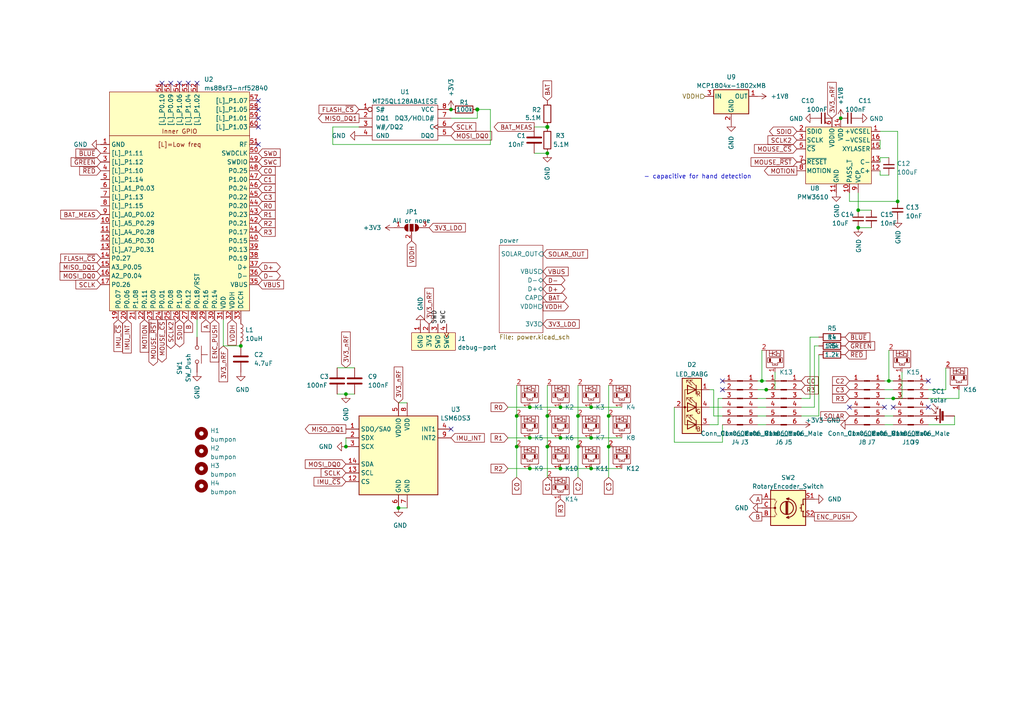
<source format=kicad_sch>
(kicad_sch (version 20211123) (generator eeschema)
  (paper "A4")
  (lib_symbols
    (symbol "Connector:Conn_01x06_Male" (pin_names (offset 1.016) hide)
      (property "Reference" "J" (at 0 7.62 0))
      (property "Value" "Conn_01x06_Male" (at 0 -10.16 0))
      (symbol "Conn_01x06_Male_1_1"
        (pin passive line (at 5.08 5.08 180) (length 3.81) (name "Pin_1") (number "1"))
        (pin passive line (at 5.08 2.54 180) (length 3.81) (name "Pin_2") (number "2"))
        (pin passive line (at 5.08 0 180) (length 3.81) (name "Pin_3") (number "3"))
        (pin passive line (at 5.08 -2.54 180) (length 3.81) (name "Pin_4") (number "4"))
        (pin passive line (at 5.08 -5.08 180) (length 3.81) (name "Pin_5") (number "5"))
        (pin passive line (at 5.08 -7.62 180) (length 3.81) (name "Pin_6") (number "6"))
      )
    )
    (symbol "Device:C" (pin_numbers hide) (pin_names (offset 0.254))
      (property "Reference" "C" (at 0.635 2.54 0))
      (property "Value" "C" (at 0.635 -2.54 0))
      (symbol "C_1_1"
        (pin passive line (at 0 3.81 270) (length 2.794) (name "~") (number "1"))
        (pin passive line (at 0 -3.81 90) (length 2.794) (name "~") (number "2"))
      )
    )
    (symbol "Device:C_Small" (pin_numbers hide) (pin_names (offset 0.254) hide)
      (property "Reference" "C" (at 0.254 1.778 0))
      (property "Value" "C_Small" (at 0.254 -2.032 0))
      (symbol "C_Small_1_1"
        (pin passive line (at 0 2.54 270) (length 2.032) (name "~") (number "1"))
        (pin passive line (at 0 -2.54 90) (length 2.032) (name "~") (number "2"))
      )
    )
    (symbol "Device:L" (pin_numbers hide) (pin_names (offset 1.016) hide)
      (property "Reference" "L" (at -1.27 0 90))
      (property "Value" "L" (at 1.905 0 90))
      (symbol "L_1_1"
        (pin passive line (at 0 3.81 270) (length 1.27) (name "1") (number "1"))
        (pin passive line (at 0 -3.81 90) (length 1.27) (name "2") (number "2"))
      )
    )
    (symbol "Device:LED_RABG" (pin_names (offset 0) hide)
      (property "Reference" "D" (at 0 9.398 0))
      (property "Value" "LED_RABG" (at 0 -8.89 0))
      (symbol "LED_RABG_0_0"
        (text "B" (at -1.905 -6.35 0) (effects (font (size 1.27 1.27))))
        (text "G" (at -1.905 -1.27 0) (effects (font (size 1.27 1.27))))
        (text "R" (at -1.905 3.81 0) (effects (font (size 1.27 1.27))))
      )
      (symbol "LED_RABG_1_1"
        (pin passive line (at -5.08 5.08 0) (length 2.54) (name "RK") (number "1"))
        (pin passive line (at 5.08 0 180) (length 2.54) (name "A") (number "2"))
        (pin passive line (at -5.08 -5.08 0) (length 2.54) (name "BK") (number "3"))
        (pin passive line (at -5.08 0 0) (length 2.54) (name "GK") (number "4"))
      )
    )
    (symbol "Device:R" (pin_numbers hide) (pin_names (offset 0))
      (property "Reference" "R" (at 2.032 0 90))
      (property "Value" "R" (at 0 0 90))
      (symbol "R_1_1"
        (pin passive line (at 0 3.81 270) (length 1.27) (name "~") (number "1"))
        (pin passive line (at 0 -3.81 90) (length 1.27) (name "~") (number "2"))
      )
    )
    (symbol "Device:RotaryEncoder_Switch" (pin_names (offset 0.254) hide)
      (property "Reference" "SW" (at 0 6.604 0))
      (property "Value" "RotaryEncoder_Switch" (at 0 -6.604 0))
      (symbol "RotaryEncoder_Switch_1_1"
        (pin passive line (at -7.62 2.54 0) (length 2.54) (name "A") (number "A"))
        (pin passive line (at -7.62 -2.54 0) (length 2.54) (name "B") (number "B"))
        (pin passive line (at -7.62 0 0) (length 2.54) (name "C") (number "C"))
        (pin passive line (at 7.62 2.54 180) (length 2.54) (name "S1") (number "S1"))
        (pin passive line (at 7.62 -2.54 180) (length 2.54) (name "S2") (number "S2"))
      )
    )
    (symbol "Device:Solar_Cell" (pin_numbers hide) (pin_names (offset 0) hide)
      (property "Reference" "SC" (at 2.54 2.54 0))
      (property "Value" "Solar_Cell" (at 2.54 0 0))
      (symbol "Solar_Cell_1_1"
        (pin passive line (at 0 5.08 270) (length 2.54) (name "+") (number "1"))
        (pin passive line (at 0 -2.54 90) (length 2.54) (name "-") (number "2"))
      )
    )
    (symbol "Jumper:SolderJumper_3_Open" (pin_names (offset 0) hide)
      (property "Reference" "JP" (at -2.54 -2.54 0))
      (property "Value" "SolderJumper_3_Open" (at 0 2.794 0))
      (symbol "SolderJumper_3_Open_1_1"
        (pin passive line (at -5.08 0 0) (length 2.54) (name "A") (number "1"))
        (pin passive line (at 0 -3.81 90) (length 2.54) (name "C") (number "2"))
        (pin passive line (at 5.08 0 180) (length 2.54) (name "B") (number "3"))
      )
    )
    (symbol "Mechanical:MountingHole" (pin_names (offset 1.016))
      (property "Reference" "H" (at 0 5.08 0))
      (property "Value" "MountingHole" (at 0 3.175 0))
    )
    (symbol "Regulator_Linear:MCP1804x-1802xMB" (pin_names (offset 0.254))
      (property "Reference" "U" (at -3.81 3.175 0))
      (property "Value" "MCP1804x-1802xMB" (at -0.635 3.175 0))
      (symbol "MCP1804x-1802xMB_1_1"
        (pin power_out line (at 7.62 0 180) (length 2.54) (name "OUT") (number "1"))
        (pin power_in line (at 0 -7.62 90) (length 2.54) (name "GND") (number "2"))
        (pin power_in line (at -7.62 0 0) (length 2.54) (name "IN") (number "3"))
      )
    )
    (symbol "Sensor_Motion:LSM6DS3"
      (property "Reference" "U" (at -11.43 15.24 0))
      (property "Value" "LSM6DS3" (at -11.43 12.7 0))
      (symbol "LSM6DS3_1_1"
        (pin bidirectional line (at -15.24 7.62 0) (length 3.81) (name "SDO/SA0") (number "1"))
        (pin no_connect line (at 10.16 -5.08 180) (length 3.81) hide (name "NC") (number "10"))
        (pin no_connect line (at 10.16 -2.54 180) (length 3.81) hide (name "NC") (number "11"))
        (pin input line (at -15.24 -7.62 0) (length 3.81) (name "CS") (number "12"))
        (pin input line (at -15.24 -5.08 0) (length 3.81) (name "SCL") (number "13"))
        (pin bidirectional line (at -15.24 -2.54 0) (length 3.81) (name "SDA") (number "14"))
        (pin bidirectional line (at -15.24 5.08 0) (length 3.81) (name "SDX") (number "2"))
        (pin input line (at -15.24 2.54 0) (length 3.81) (name "SCX") (number "3"))
        (pin output line (at 15.24 7.62 180) (length 3.81) (name "INT1") (number "4"))
        (pin power_in line (at 0 15.24 270) (length 3.81) (name "VDDIO") (number "5"))
        (pin power_in line (at 0 -15.24 90) (length 3.81) (name "GND") (number "6"))
        (pin power_in line (at 2.54 -15.24 90) (length 3.81) (name "GND") (number "7"))
        (pin power_in line (at 2.54 15.24 270) (length 3.81) (name "VDD") (number "8"))
        (pin output line (at 15.24 5.08 180) (length 3.81) (name "INT2") (number "9"))
      )
    )
    (symbol "Switch:SW_Push" (pin_numbers hide) (pin_names (offset 1.016) hide)
      (property "Reference" "SW" (at 1.27 2.54 0))
      (property "Value" "SW_Push" (at 0 -1.524 0))
      (symbol "SW_Push_0_1"
        (pin passive line (at -5.08 0 0) (length 2.54) (name "1") (number "1"))
        (pin passive line (at 5.08 0 180) (length 2.54) (name "2") (number "2"))
      )
    )
    (symbol "diode-choc_10" (pin_names (offset 1.016))
      (property "Reference" "K" (at 0 3.81 0))
      (symbol "diode-choc_10_1_1"
        (pin input line (at 0 -3.81 90) (length 1.27) (name "~") (number "1"))
        (pin output line (at -3.81 2.54 0) (length 1.27) (name "~") (number "2"))
      )
    )
    (symbol "diode-choc_11" (pin_names (offset 1.016))
      (property "Reference" "K" (at 0 3.81 0))
      (symbol "diode-choc_11_1_1"
        (pin input line (at 0 -3.81 90) (length 1.27) (name "~") (number "1"))
        (pin output line (at -3.81 2.54 0) (length 1.27) (name "~") (number "2"))
      )
    )
    (symbol "diode-choc_12" (pin_names (offset 1.016))
      (property "Reference" "K" (at 0 3.81 0))
      (symbol "diode-choc_12_1_1"
        (pin input line (at 0 -3.81 90) (length 1.27) (name "~") (number "1"))
        (pin output line (at -3.81 2.54 0) (length 1.27) (name "~") (number "2"))
      )
    )
    (symbol "diode-choc_13" (pin_names (offset 1.016))
      (property "Reference" "K" (at 0 3.81 0))
      (symbol "diode-choc_13_1_1"
        (pin input line (at 0 -3.81 90) (length 1.27) (name "~") (number "1"))
        (pin output line (at -3.81 2.54 0) (length 1.27) (name "~") (number "2"))
      )
    )
    (symbol "diode-choc_14" (pin_names (offset 1.016))
      (property "Reference" "K" (at 0 3.81 0))
      (symbol "diode-choc_14_1_1"
        (pin input line (at 0 -3.81 90) (length 1.27) (name "~") (number "1"))
        (pin output line (at -3.81 2.54 0) (length 1.27) (name "~") (number "2"))
      )
    )
    (symbol "diode-choc_15" (pin_names (offset 1.016))
      (property "Reference" "K" (at 0 3.81 0))
      (symbol "diode-choc_15_1_1"
        (pin input line (at 0 -3.81 90) (length 1.27) (name "~") (number "1"))
        (pin output line (at -3.81 2.54 0) (length 1.27) (name "~") (number "2"))
      )
    )
    (symbol "diode-choc_18" (pin_names (offset 1.016))
      (property "Reference" "K" (at 0 3.81 0))
      (symbol "diode-choc_18_1_1"
        (pin input line (at 0 -3.81 90) (length 1.27) (name "~") (number "1"))
        (pin output line (at -3.81 2.54 0) (length 1.27) (name "~") (number "2"))
      )
    )
    (symbol "diode-choc_19" (pin_names (offset 1.016))
      (property "Reference" "K" (at 0 3.81 0))
      (symbol "diode-choc_19_1_1"
        (pin input line (at 0 -3.81 90) (length 1.27) (name "~") (number "1"))
        (pin output line (at -3.81 2.54 0) (length 1.27) (name "~") (number "2"))
      )
    )
    (symbol "diode-choc_4" (pin_names (offset 1.016))
      (property "Reference" "K" (at 0 3.81 0))
      (symbol "diode-choc_4_1_1"
        (pin input line (at 0 -3.81 90) (length 1.27) (name "~") (number "1"))
        (pin output line (at -3.81 2.54 0) (length 1.27) (name "~") (number "2"))
      )
    )
    (symbol "diode-choc_5" (pin_names (offset 1.016))
      (property "Reference" "K" (at 0 3.81 0))
      (symbol "diode-choc_5_1_1"
        (pin input line (at 0 -3.81 90) (length 1.27) (name "~") (number "1"))
        (pin output line (at -3.81 2.54 0) (length 1.27) (name "~") (number "2"))
      )
    )
    (symbol "diode-choc_7" (pin_names (offset 1.016))
      (property "Reference" "K" (at 0 3.81 0))
      (symbol "diode-choc_7_1_1"
        (pin input line (at 0 -3.81 90) (length 1.27) (name "~") (number "1"))
        (pin output line (at -3.81 2.54 0) (length 1.27) (name "~") (number "2"))
      )
    )
    (symbol "diode-choc_8" (pin_names (offset 1.016))
      (property "Reference" "K" (at 0 3.81 0))
      (symbol "diode-choc_8_1_1"
        (pin input line (at 0 -3.81 90) (length 1.27) (name "~") (number "1"))
        (pin output line (at -3.81 2.54 0) (length 1.27) (name "~") (number "2"))
      )
    )
    (symbol "diode-choc_9" (pin_names (offset 1.016))
      (property "Reference" "K" (at 0 3.81 0))
      (symbol "diode-choc_9_1_1"
        (pin input line (at 0 -3.81 90) (length 1.27) (name "~") (number "1"))
        (pin output line (at -3.81 2.54 0) (length 1.27) (name "~") (number "2"))
      )
    )
    (symbol "ic:MT25QL128ABA1ESE" (pin_names (offset 1.016))
      (property "Reference" "U" (at 0 -12.7 0))
      (property "Value" "MT25QL128ABA1ESE" (at -1.27 12.7 0))
      (symbol "MT25QL128ABA1ESE_1_1"
        (pin input inverted (at -11.43 2.54 0) (length 3.81) (name "S#") (number "1"))
        (pin output line (at -11.43 0 0) (length 3.81) (name "DQ1") (number "2"))
        (pin bidirectional line (at -11.43 -2.54 0) (length 3.81) (name "W#/DQ2") (number "3"))
        (pin power_in line (at -11.43 -5.08 0) (length 3.81) (name "GND") (number "4"))
        (pin input line (at 15.24 -5.08 180) (length 3.81) (name "DQ0") (number "5"))
        (pin input clock (at 15.24 -2.54 180) (length 3.81) (name "C") (number "6"))
        (pin input line (at 15.24 0 180) (length 3.81) (name "DQ3/HOLD#") (number "7"))
        (pin power_in line (at 15.24 2.54 180) (length 3.81) (name "VCC") (number "8"))
      )
    )
    (symbol "mcu:ms88sf3-nrf52840"
      (property "Reference" "U" (at 0 53.34 0))
      (property "Value" "ms88sf3-nrf52840" (at 0 50.8 0))
      (symbol "ms88sf3-nrf52840_0_0"
        (text "[L]=Low freq" (at 0 13.97 0) (effects (font (size 1.27 1.27))))
      )
      (symbol "ms88sf3-nrf52840_1_1"
        (text "Inner GPIO" (at 0 17.78 0) (effects (font (size 1.27 1.27))))
        (pin power_in line (at -22.86 13.97 0) (length 2.54) (name "GND") (number "1"))
        (pin bidirectional line (at -22.86 -8.89 0) (length 2.54) (name "[L]_A5_P0.29") (number "10"))
        (pin bidirectional line (at -22.86 -11.43 0) (length 2.54) (name "[L]_A4_P0.28") (number "11"))
        (pin bidirectional line (at -22.86 -13.97 0) (length 2.54) (name "[L]_A6_P0.30") (number "12"))
        (pin bidirectional line (at -22.86 -16.51 0) (length 2.54) (name "[L]_A7_P0.31") (number "13"))
        (pin bidirectional line (at -22.86 -19.05 0) (length 2.54) (name "P0.27") (number "14"))
        (pin bidirectional line (at -22.86 -21.59 0) (length 2.54) (name "A3_P0.05") (number "15"))
        (pin bidirectional line (at -22.86 -24.13 0) (length 2.54) (name "A2_P0.04") (number "16"))
        (pin bidirectional line (at -22.86 -26.67 0) (length 2.54) (name "P0.26") (number "17"))
        (pin power_in line (at -22.86 13.97 0) (length 2.54) hide (name "GND") (number "18"))
        (pin bidirectional line (at -17.78 -36.83 90) (length 2.54) (name "P0.07") (number "19"))
        (pin bidirectional line (at -22.86 11.43 0) (length 2.54) (name "[L]_P1.11") (number "2"))
        (pin bidirectional line (at -15.24 -36.83 90) (length 2.54) (name "P0.06") (number "20"))
        (pin bidirectional line (at -12.7 -36.83 90) (length 2.54) (name "P1.08") (number "21"))
        (pin bidirectional line (at -10.16 -36.83 90) (length 2.54) (name "P0.11") (number "22"))
        (pin bidirectional line (at -7.62 -36.83 90) (length 2.54) (name "P0.00") (number "23"))
        (pin bidirectional line (at -5.08 -36.83 90) (length 2.54) (name "P0.01") (number "24"))
        (pin bidirectional line (at -2.54 -36.83 90) (length 2.54) (name "P0.08") (number "25"))
        (pin bidirectional line (at 0 -36.83 90) (length 2.54) (name "P1.09") (number "26"))
        (pin bidirectional line (at 2.54 -36.83 90) (length 2.54) (name "P0.12") (number "27"))
        (pin bidirectional line (at 5.08 -36.83 90) (length 2.54) (name "P0.18/RST") (number "28"))
        (pin bidirectional line (at 7.62 -36.83 90) (length 2.54) (name "P0.16") (number "29"))
        (pin bidirectional line (at -22.86 8.89 0) (length 2.54) (name "[L]_P1.12") (number "3"))
        (pin bidirectional line (at 10.16 -36.83 90) (length 2.54) (name "P0.14") (number "30"))
        (pin power_in line (at 12.7 -36.83 90) (length 2.54) (name "VDD") (number "31"))
        (pin bidirectional line (at 15.24 -36.83 90) (length 2.54) (name "VDDH") (number "32"))
        (pin bidirectional line (at 17.78 -36.83 90) (length 2.54) (name "DCCH") (number "33"))
        (pin power_in line (at -22.86 13.97 0) (length 2.54) hide (name "GND") (number "34"))
        (pin power_in line (at 22.86 -26.67 180) (length 2.54) (name "VBUS") (number "35"))
        (pin bidirectional line (at 22.86 -24.13 180) (length 2.54) (name "D-") (number "36"))
        (pin bidirectional line (at 22.86 -21.59 180) (length 2.54) (name "D+") (number "37"))
        (pin bidirectional line (at 22.86 -19.05 180) (length 2.54) (name "P0.19") (number "38"))
        (pin bidirectional line (at 22.86 -16.51 180) (length 2.54) (name "P0.13") (number "39"))
        (pin bidirectional line (at -22.86 6.35 0) (length 2.54) (name "[L]_P1.10") (number "4"))
        (pin bidirectional line (at 22.86 -13.97 180) (length 2.54) (name "P0.15") (number "40"))
        (pin bidirectional line (at 22.86 -11.43 180) (length 2.54) (name "P0.17") (number "41"))
        (pin bidirectional line (at 22.86 -8.89 180) (length 2.54) (name "P0.21") (number "42"))
        (pin bidirectional line (at 22.86 -6.35 180) (length 2.54) (name "P0.23") (number "43"))
        (pin bidirectional line (at 22.86 -3.81 180) (length 2.54) (name "P0.20") (number "44"))
        (pin bidirectional line (at 22.86 -1.27 180) (length 2.54) (name "P0.22") (number "45"))
        (pin bidirectional line (at 22.86 1.27 180) (length 2.54) (name "P0.24") (number "46"))
        (pin bidirectional line (at 22.86 3.81 180) (length 2.54) (name "P1.00") (number "47"))
        (pin bidirectional line (at 22.86 6.35 180) (length 2.54) (name "P0.25") (number "48"))
        (pin bidirectional line (at 22.86 8.89 180) (length 2.54) (name "SWDIO") (number "49"))
        (pin bidirectional line (at -22.86 3.81 0) (length 2.54) (name "[L]_P1.14") (number "5"))
        (pin bidirectional line (at 22.86 11.43 180) (length 2.54) (name "SWDCLK") (number "50"))
        (pin input line (at 22.86 13.97 180) (length 2.54) (name "RF") (number "51"))
        (pin bidirectional line (at 5.08 31.75 270) (length 2.54) (name "[L]_P1.02") (number "52"))
        (pin bidirectional line (at 2.54 31.75 270) (length 2.54) (name "[L]_P1.04") (number "53"))
        (pin bidirectional line (at 0 31.75 270) (length 2.54) (name "[L]_P1.06") (number "54"))
        (pin bidirectional line (at -2.54 31.75 270) (length 2.54) (name "[L]_P0.09") (number "55"))
        (pin bidirectional line (at -5.08 31.75 270) (length 2.54) (name "[L]_P0.10") (number "56"))
        (pin bidirectional line (at 22.86 26.67 180) (length 2.54) (name "[L]_P1.07") (number "57"))
        (pin bidirectional line (at 22.86 24.13 180) (length 2.54) (name "[L]_P1.05") (number "58"))
        (pin bidirectional line (at 22.86 21.59 180) (length 2.54) (name "[L]_P1.01") (number "59"))
        (pin bidirectional line (at -22.86 1.27 0) (length 2.54) (name "[L]_A1_P0.03") (number "6"))
        (pin bidirectional line (at 22.86 19.05 180) (length 2.54) (name "[L]_P1.03") (number "60"))
        (pin power_in line (at -22.86 13.97 0) (length 2.54) hide (name "GND") (number "61"))
        (pin power_in line (at -22.86 13.97 0) (length 2.54) hide (name "GND") (number "62"))
        (pin power_in line (at -22.86 13.97 0) (length 2.54) hide (name "GND") (number "63"))
        (pin power_in line (at -22.86 13.97 0) (length 2.54) hide (name "GND") (number "64"))
        (pin bidirectional line (at -22.86 -1.27 0) (length 2.54) (name "[L]_P1.13") (number "7"))
        (pin bidirectional line (at -22.86 -3.81 0) (length 2.54) (name "[L]_P1.15") (number "8"))
        (pin bidirectional line (at -22.86 -6.35 0) (length 2.54) (name "[L]_A0_P0.02") (number "9"))
      )
    )
    (symbol "misc:debug-port" (in_bom no)
      (property "Reference" "J" (at 0 6.35 0))
      (property "Value" "debug-port" (at 0 -3.81 0))
      (symbol "debug-port_1_1"
        (pin power_out line (at -3.81 5.08 270) (length 2.54) (name "GND") (number "1"))
        (pin power_out line (at -1.27 5.08 270) (length 2.54) (name "3V3") (number "2"))
        (pin bidirectional line (at 1.27 5.08 270) (length 2.54) (name "SWD") (number "3"))
        (pin output clock (at 3.81 5.08 270) (length 2.54) (name "SWC") (number "4"))
      )
    )
    (symbol "power:+1V8" (power) (pin_names (offset 0))
      (property "Value" "+1V8" (at 0 3.556 0))
      (symbol "+1V8_1_1"
        (pin power_in line (at 0 0 90) (length 0) hide (name "+1V8") (number "1"))
      )
    )
    (symbol "power:+3V3" (power) (pin_names (offset 0))
      (property "Value" "+3V3" (at 0 3.556 0))
      (symbol "+3V3_1_1"
        (pin power_in line (at 0 0 90) (length 0) hide (name "+3V3") (number "1"))
      )
    )
    (symbol "power:GND" (power) (pin_names (offset 0))
      (property "Value" "GND" (at 0 -3.81 0))
      (symbol "GND_1_1"
        (pin power_in line (at 0 0 270) (length 0) hide (name "GND") (number "1"))
      )
    )
    (symbol "sensor:PMW3610" (pin_names (offset 0.254))
      (property "Reference" "U" (at 0 17.78 0))
      (property "Value" "PMW3610" (at 0 17.78 0))
      (symbol "PMW3610_1_1"
        (pin power_in line (at 12.7 7.62 180) (length 2.54) (name "+VCSEL") (number "1"))
        (pin power_in line (at 3.81 -10.16 90) (length 2.54) (name "PASS_T") (number "10"))
        (pin power_in line (at 0 -10.16 90) (length 2.54) (name "GND") (number "11"))
        (pin passive line (at 12.7 -3.81 180) (length 2.54) (name "C+") (number "12"))
        (pin passive line (at 12.7 -1.27 180) (length 2.54) (name "C-") (number "13"))
        (pin power_in line (at 1.27 11.43 270) (length 2.54) (name "VDD") (number "14"))
        (pin power_in line (at 12.7 2.54 180) (length 2.54) (name "XYLASER") (number "15"))
        (pin power_in line (at 12.7 5.08 180) (length 2.54) (name "-VCSEL") (number "16"))
        (pin bidirectional line (at -11.43 7.62 0) (length 2.54) (name "SDIO") (number "2"))
        (pin input line (at -11.43 5.08 0) (length 2.54) (name "SCLK") (number "3"))
        (pin input line (at -11.43 2.54 0) (length 2.54) (name "~{CS}") (number "5"))
        (pin power_in line (at -1.27 11.43 270) (length 2.54) (name "VDDIO") (number "6"))
        (pin input inverted (at -11.43 -1.27 0) (length 2.54) (name "~{RESET}") (number "7"))
        (pin output line (at -11.43 -3.81 0) (length 2.54) (name "MOTION") (number "8"))
        (pin passive line (at 6.35 -10.16 90) (length 2.54) (name "VCP") (number "9"))
      )
    )
    (symbol "switch:diode-choc" (pin_names (offset 1.016))
      (property "Reference" "K" (at 0 3.81 0))
      (symbol "diode-choc_1_1"
        (pin input line (at 0 -3.81 90) (length 1.27) (name "~") (number "1"))
        (pin output line (at -3.81 2.54 0) (length 1.27) (name "~") (number "2"))
      )
    )
  )
  (junction (at 222.25 113.03))
  (junction (at 167.64 120.65))
  (junction (at 158.75 120.65))
  (junction (at 153.67 118.11))
  (junction (at 257.81 110.49))
  (junction (at 162.56 118.11))
  (junction (at 149.86 129.54))
  (junction (at 162.56 135.89))
  (junction (at 153.67 127))
  (junction (at 171.45 135.89))
  (junction (at 260.35 58.42))
  (junction (at 153.67 135.89))
  (junction (at 176.53 129.54))
  (junction (at 115.57 147.32))
  (junction (at 100.33 114.3))
  (junction (at 171.45 127))
  (junction (at 149.86 120.65))
  (junction (at 220.98 110.49))
  (junction (at 259.08 115.57))
  (junction (at 158.75 44.45))
  (junction (at 158.75 36.83) (diameter 1.016))
  (junction (at 162.56 127))
  (junction (at 171.45 118.11))
  (junction (at 69.85 100.33))
  (junction (at 243.84 34.29))
  (junction (at 167.64 129.54))
  (junction (at 248.92 66.04))
  (junction (at 176.53 120.65))
  (junction (at 248.92 60.96))
  (junction (at 138.43 31.75) (diameter 1.016))
  (junction (at 130.81 31.75))
  (junction (at 100.33 129.54))
  (junction (at 158.75 129.54))
  (no_connect (at 256.54 118.11))
  (no_connect (at 259.08 118.11))
  (no_connect (at 74.93 29.21))
  (no_connect (at 209.55 110.49))
  (no_connect (at 246.38 118.11))
  (no_connect (at 57.15 24.13))
  (no_connect (at 54.61 24.13))
  (no_connect (at 130.81 124.46))
  (no_connect (at 52.07 24.13))
  (no_connect (at 74.93 31.75))
  (no_connect (at 46.99 24.13))
  (no_connect (at 74.93 41.91))
  (no_connect (at 74.93 36.83))
  (no_connect (at 269.24 118.11))
  (no_connect (at 74.93 34.29))
  (no_connect (at 269.24 110.49))
  (no_connect (at 209.55 113.03))
  (no_connect (at 49.53 24.13))
  (wire (pts (xy 274.32 113.03) (xy 274.32 106.68)))
  (wire (pts (xy 208.28 123.19) (xy 208.28 115.57)))
  (wire (pts (xy 162.56 135.89) (xy 171.45 135.89)))
  (wire (pts (xy 246.38 58.42) (xy 246.38 55.88)))
  (wire (pts (xy 224.79 107.95) (xy 224.79 113.03)))
  (wire (pts (xy 269.24 113.03) (xy 274.32 113.03)))
  (wire (pts (xy 115.57 116.84) (xy 118.11 116.84)))
  (wire (pts (xy 149.86 129.54) (xy 149.86 138.43)))
  (wire (pts (xy 219.71 118.11) (xy 222.25 118.11)))
  (wire (pts (xy 256.54 123.19) (xy 259.08 123.19)))
  (wire (pts (xy 208.28 115.57) (xy 209.55 115.57)))
  (wire (pts (xy 255.27 49.53) (xy 255.27 50.8)))
  (wire (pts (xy 257.81 45.72) (xy 255.27 45.72)))
  (wire (pts (xy 219.71 120.65) (xy 222.25 120.65)))
  (wire (pts (xy 171.45 135.89) (xy 180.34 135.89)))
  (wire (pts (xy 255.27 40.64) (xy 255.27 43.18)))
  (wire (pts (xy 147.32 127) (xy 153.67 127)))
  (wire (pts (xy 158.75 129.54) (xy 158.75 138.43)))
  (wire (pts (xy 167.64 111.76) (xy 167.64 120.65)))
  (wire (pts (xy 248.92 66.04) (xy 252.73 66.04)))
  (wire (pts (xy 138.43 34.29) (xy 138.43 31.75)))
  (wire (pts (xy 205.74 118.11) (xy 209.55 118.11)))
  (wire (pts (xy 162.56 127) (xy 171.45 127)))
  (wire (pts (xy 142.24 31.75) (xy 142.24 41.91)))
  (wire (pts (xy 255.27 45.72) (xy 255.27 46.99)))
  (wire (pts (xy 209.55 128.27) (xy 209.55 123.19)))
  (wire (pts (xy 220.98 101.6) (xy 220.98 110.49)))
  (wire (pts (xy 209.55 120.65) (xy 207.01 120.65)))
  (wire (pts (xy 96.52 36.83) (xy 104.14 36.83)))
  (wire (pts (xy 248.92 60.96) (xy 252.73 60.96)))
  (wire (pts (xy 171.45 118.11) (xy 180.34 118.11)))
  (wire (pts (xy 147.32 118.11) (xy 153.67 118.11)))
  (wire (pts (xy 256.54 113.03) (xy 259.08 113.03)))
  (wire (pts (xy 237.49 120.65) (xy 232.41 120.65)))
  (wire (pts (xy 97.79 106.68) (xy 102.87 106.68)))
  (wire (pts (xy 100.33 127) (xy 100.33 129.54)))
  (wire (pts (xy 219.71 110.49) (xy 220.98 110.49)))
  (wire (pts (xy 167.64 129.54) (xy 167.64 138.43)))
  (wire (pts (xy 234.95 115.57) (xy 232.41 115.57)))
  (wire (pts (xy 158.75 111.76) (xy 158.75 120.65)))
  (wire (pts (xy 153.67 118.11) (xy 162.56 118.11)))
  (wire (pts (xy 138.43 31.75) (xy 142.24 31.75)))
  (wire (pts (xy 261.62 107.95) (xy 261.62 115.57)))
  (wire (pts (xy 147.32 135.89) (xy 153.67 135.89)))
  (wire (pts (xy 207.01 113.03) (xy 205.74 113.03)))
  (wire (pts (xy 256.54 115.57) (xy 259.08 115.57)))
  (wire (pts (xy 236.22 118.11) (xy 232.41 118.11)))
  (wire (pts (xy 97.79 114.3) (xy 100.33 114.3)))
  (wire (pts (xy 222.25 113.03) (xy 224.79 113.03)))
  (wire (pts (xy 153.67 135.89) (xy 162.56 135.89)))
  (wire (pts (xy 176.53 129.54) (xy 176.53 138.43)))
  (wire (pts (xy 237.49 97.79) (xy 234.95 97.79)))
  (wire (pts (xy 149.86 120.65) (xy 149.86 129.54)))
  (wire (pts (xy 256.54 110.49) (xy 257.81 110.49)))
  (wire (pts (xy 154.94 36.83) (xy 158.75 36.83)))
  (wire (pts (xy 64.77 100.33) (xy 64.77 92.71)))
  (wire (pts (xy 236.22 100.33) (xy 237.49 100.33)))
  (wire (pts (xy 176.53 120.65) (xy 176.53 129.54)))
  (wire (pts (xy 149.86 111.76) (xy 149.86 120.65)))
  (wire (pts (xy 130.81 34.29) (xy 138.43 34.29)))
  (wire (pts (xy 255.27 38.1) (xy 260.35 38.1)))
  (wire (pts (xy 153.67 127) (xy 162.56 127)))
  (wire (pts (xy 205.74 123.19) (xy 208.28 123.19)))
  (wire (pts (xy 195.58 118.11) (xy 195.58 128.27)))
  (wire (pts (xy 195.58 128.27) (xy 209.55 128.27)))
  (wire (pts (xy 142.24 41.91) (xy 96.52 41.91)))
  (wire (pts (xy 236.22 100.33) (xy 236.22 118.11)))
  (wire (pts (xy 257.81 110.49) (xy 259.08 110.49)))
  (wire (pts (xy 176.53 111.76) (xy 176.53 120.65)))
  (wire (pts (xy 219.71 115.57) (xy 222.25 115.57)))
  (wire (pts (xy 260.35 38.1) (xy 260.35 58.42)))
  (wire (pts (xy 64.77 100.33) (xy 69.85 100.33)))
  (wire (pts (xy 246.38 58.42) (xy 260.35 58.42)))
  (wire (pts (xy 278.13 115.57) (xy 278.13 113.03)))
  (wire (pts (xy 158.75 44.45) (xy 154.94 44.45)))
  (wire (pts (xy 57.15 92.71) (xy 57.15 97.79)))
  (wire (pts (xy 162.56 118.11) (xy 171.45 118.11)))
  (wire (pts (xy 259.08 115.57) (xy 261.62 115.57)))
  (wire (pts (xy 248.92 55.88) (xy 248.92 60.96)))
  (wire (pts (xy 276.86 120.65) (xy 276.86 123.19)))
  (wire (pts (xy 257.81 101.6) (xy 257.81 110.49)))
  (wire (pts (xy 96.52 41.91) (xy 96.52 36.83)))
  (wire (pts (xy 234.95 97.79) (xy 234.95 115.57)))
  (wire (pts (xy 256.54 120.65) (xy 259.08 120.65)))
  (wire (pts (xy 219.71 113.03) (xy 222.25 113.03)))
  (wire (pts (xy 115.57 147.32) (xy 118.11 147.32)))
  (wire (pts (xy 269.24 115.57) (xy 278.13 115.57)))
  (wire (pts (xy 219.71 123.19) (xy 222.25 123.19)))
  (wire (pts (xy 276.86 123.19) (xy 269.24 123.19)))
  (wire (pts (xy 237.49 102.87) (xy 237.49 120.65)))
  (wire (pts (xy 220.98 110.49) (xy 222.25 110.49)))
  (wire (pts (xy 167.64 120.65) (xy 167.64 129.54)))
  (wire (pts (xy 255.27 50.8) (xy 257.81 50.8)))
  (wire (pts (xy 171.45 127) (xy 180.34 127)))
  (wire (pts (xy 100.33 114.3) (xy 102.87 114.3)))
  (wire (pts (xy 207.01 113.03) (xy 207.01 120.65)))
  (wire (pts (xy 158.75 120.65) (xy 158.75 129.54)))
  (text "- capacitive for hand detection\n" (at 186.69 52.07 0) (effects (font (size 1.27 1.27)) (justify left bottom)))
  (label "SWC" (at 129.54 93.98 90))
  (label "SWD" (at 127 93.98 90))
  (global_label "C0" (shape input) (at 232.41 110.49 0) (property "Intersheet References" "${INTERSHEET_REFS}" (effects hide)))
  (global_label "SCLK2" (shape output) (at 49.53 92.71 270) (property "Intersheet References" "${INTERSHEET_REFS}" (effects hide)))
  (global_label "R3" (shape input) (at 246.38 115.57 180) (property "Intersheet References" "${INTERSHEET_REFS}" (effects hide)))
  (global_label "R0" (shape input) (at 74.93 59.69 0) (property "Intersheet References" "${INTERSHEET_REFS}" (effects hide)))
  (global_label "SCLK2" (shape input) (at 231.14 40.64 180) (property "Intersheet References" "${INTERSHEET_REFS}" (effects hide)))
  (global_label "FLASH_~{CS}" (shape input) (at 104.14 31.75 180) (property "Intersheet References" "${INTERSHEET_REFS}" (effects hide)))
  (global_label "MOUSE_~{CS}" (shape output) (at 46.99 92.71 270) (property "Intersheet References" "${INTERSHEET_REFS}" (effects hide)))
  (global_label "MISO_DQ1" (shape output) (at 104.14 34.29 180) (property "Intersheet References" "${INTERSHEET_REFS}" (effects hide)))
  (global_label "MOSI_DQ0" (shape input) (at 29.21 80.01 180) (property "Intersheet References" "${INTERSHEET_REFS}" (effects hide)))
  (global_label "C0" (shape input) (at 74.93 49.53 0) (property "Intersheet References" "${INTERSHEET_REFS}" (effects hide)))
  (global_label "MOUSE_~{RST}" (shape output) (at 44.45 92.71 270) (property "Intersheet References" "${INTERSHEET_REFS}" (effects hide)))
  (global_label "A" (shape output) (at 220.98 144.78 180) (property "Intersheet References" "${INTERSHEET_REFS}" (effects hide)))
  (global_label "D+" (shape bidirectional) (at 74.93 77.47 0) (property "Intersheet References" "${INTERSHEET_REFS}" (effects hide)))
  (global_label "C1" (shape input) (at 158.75 138.43 270) (property "Intersheet References" "${INTERSHEET_REFS}" (effects hide)))
  (global_label "~{BLUE}" (shape input) (at 245.11 97.79 0) (property "Intersheet References" "${INTERSHEET_REFS}" (effects hide)))
  (global_label "B" (shape output) (at 220.98 149.86 180) (property "Intersheet References" "${INTERSHEET_REFS}" (effects hide)))
  (global_label "IMU_INT" (shape input) (at 36.83 92.71 270) (property "Intersheet References" "${INTERSHEET_REFS}" (effects hide)))
  (global_label "C0" (shape input) (at 149.86 138.43 270) (property "Intersheet References" "${INTERSHEET_REFS}" (effects hide)))
  (global_label "MOTION" (shape output) (at 231.14 49.53 180) (property "Intersheet References" "${INTERSHEET_REFS}" (effects hide)))
  (global_label "BAT_MEAS" (shape input) (at 29.21 62.23 180) (property "Intersheet References" "${INTERSHEET_REFS}" (effects hide)))
  (global_label "A" (shape input) (at 59.69 92.71 270) (property "Intersheet References" "${INTERSHEET_REFS}" (effects hide)))
  (global_label "R2" (shape input) (at 74.93 64.77 0) (property "Intersheet References" "${INTERSHEET_REFS}" (effects hide)))
  (global_label "SDIO" (shape bidirectional) (at 231.14 38.1 180) (property "Intersheet References" "${INTERSHEET_REFS}" (effects hide)))
  (global_label "R0" (shape input) (at 147.32 118.11 180) (property "Intersheet References" "${INTERSHEET_REFS}" (effects hide)))
  (global_label "IMU_INT" (shape input) (at 130.81 127 0) (property "Intersheet References" "${INTERSHEET_REFS}" (effects hide)))
  (global_label "R1" (shape input) (at 74.93 62.23 0) (property "Intersheet References" "${INTERSHEET_REFS}" (effects hide)))
  (global_label "IMU_~{CS}" (shape input) (at 100.33 139.7 180) (property "Intersheet References" "${INTERSHEET_REFS}" (effects hide)))
  (global_label "C3" (shape input) (at 246.38 113.03 180) (property "Intersheet References" "${INTERSHEET_REFS}" (effects hide)))
  (global_label "R3" (shape input) (at 74.93 67.31 0) (property "Intersheet References" "${INTERSHEET_REFS}" (effects hide)))
  (global_label "FLASH_~{CS}" (shape input) (at 29.21 74.93 180) (property "Intersheet References" "${INTERSHEET_REFS}" (effects hide)))
  (global_label "SCLK" (shape input) (at 100.33 137.16 180) (property "Intersheet References" "${INTERSHEET_REFS}" (effects hide)))
  (global_label "R3" (shape input) (at 162.56 144.78 270) (property "Intersheet References" "${INTERSHEET_REFS}" (effects hide)))
  (global_label "VDDH" (shape output) (at 157.48 88.9 0) (property "Intersheet References" "${INTERSHEET_REFS}" (effects hide)))
  (global_label "C2" (shape input) (at 74.93 54.61 0) (property "Intersheet References" "${INTERSHEET_REFS}" (effects hide)))
  (global_label "C3" (shape input) (at 74.93 57.15 0) (property "Intersheet References" "${INTERSHEET_REFS}" (effects hide)))
  (global_label "BAT" (shape bidirectional) (at 157.48 86.36 0) (property "Intersheet References" "${INTERSHEET_REFS}" (effects hide)))
  (global_label "SWD" (shape input) (at 74.93 44.45 0) (property "Intersheet References" "${INTERSHEET_REFS}" (effects hide)))
  (global_label "SCLK" (shape input) (at 29.21 82.55 180) (property "Intersheet References" "${INTERSHEET_REFS}" (effects hide)))
  (global_label "D+" (shape bidirectional) (at 157.48 83.82 0) (property "Intersheet References" "${INTERSHEET_REFS}" (effects hide)))
  (global_label "~{GREEN}" (shape input) (at 245.11 100.33 0) (property "Intersheet References" "${INTERSHEET_REFS}" (effects hide)))
  (global_label "~{BLUE}" (shape input) (at 29.21 44.45 180) (property "Intersheet References" "${INTERSHEET_REFS}" (effects hide)))
  (global_label "R3" (shape input) (at 232.41 113.03 0) (property "Intersheet References" "${INTERSHEET_REFS}" (effects hide)))
  (global_label "3V3_nRF" (shape input) (at 115.57 116.84 90) (property "Intersheet References" "${INTERSHEET_REFS}" (effects hide)))
  (global_label "VBUS" (shape input) (at 74.93 82.55 0) (property "Intersheet References" "${INTERSHEET_REFS}" (effects hide)))
  (global_label "C1" (shape input) (at 74.93 52.07 0) (property "Intersheet References" "${INTERSHEET_REFS}" (effects hide)))
  (global_label "3V3_LDO" (shape input) (at 124.46 66.04 0) (property "Intersheet References" "${INTERSHEET_REFS}" (effects hide)))
  (global_label "IMU_~{CS}" (shape input) (at 34.29 92.71 270) (property "Intersheet References" "${INTERSHEET_REFS}" (effects hide)))
  (global_label "VDDH" (shape input) (at 67.31 92.71 270) (property "Intersheet References" "${INTERSHEET_REFS}" (effects hide)))
  (global_label "C2" (shape input) (at 167.64 138.43 270) (property "Intersheet References" "${INTERSHEET_REFS}" (effects hide)))
  (global_label "ENC_PUSH" (shape input) (at 62.23 92.71 270) (property "Intersheet References" "${INTERSHEET_REFS}" (effects hide)))
  (global_label "3V3_nRF" (shape input) (at 124.46 93.98 90) (property "Intersheet References" "${INTERSHEET_REFS}" (effects hide)))
  (global_label "SOLAR" (shape input) (at 246.38 120.65 180) (property "Intersheet References" "${INTERSHEET_REFS}" (effects hide)))
  (global_label "MOSI_DQ0" (shape input) (at 100.33 134.62 180) (property "Intersheet References" "${INTERSHEET_REFS}" (effects hide)))
  (global_label "B" (shape input) (at 54.61 92.71 270) (property "Intersheet References" "${INTERSHEET_REFS}" (effects hide)))
  (global_label "VBUS" (shape input) (at 157.48 78.74 0) (property "Intersheet References" "${INTERSHEET_REFS}" (effects hide)))
  (global_label "SDIO" (shape bidirectional) (at 52.07 92.71 270) (property "Intersheet References" "${INTERSHEET_REFS}" (effects hide)))
  (global_label "3V3_nRF" (shape input) (at 64.77 100.33 270) (property "Intersheet References" "${INTERSHEET_REFS}" (effects hide)))
  (global_label "ENC_PUSH" (shape output) (at 236.22 149.86 0) (property "Intersheet References" "${INTERSHEET_REFS}" (effects hide)))
  (global_label "VDDH" (shape input) (at 119.38 69.85 270) (property "Intersheet References" "${INTERSHEET_REFS}" (effects hide)))
  (global_label "~{GREEN}" (shape input) (at 29.21 46.99 180) (property "Intersheet References" "${INTERSHEET_REFS}" (effects hide)))
  (global_label "3V3_LDO" (shape input) (at 157.48 93.98 0) (property "Intersheet References" "${INTERSHEET_REFS}" (effects hide)))
  (global_label "R1" (shape input) (at 147.32 127 180) (property "Intersheet References" "${INTERSHEET_REFS}" (effects hide)))
  (global_label "MOUSE_~{CS}" (shape input) (at 231.14 43.18 180) (property "Intersheet References" "${INTERSHEET_REFS}" (effects hide)))
  (global_label "D-" (shape bidirectional) (at 74.93 80.01 0) (property "Intersheet References" "${INTERSHEET_REFS}" (effects hide)))
  (global_label "MOSI_DQ0" (shape input) (at 130.81 39.37 0) (property "Intersheet References" "${INTERSHEET_REFS}" (effects hide)))
  (global_label "MISO_DQ1" (shape input) (at 29.21 77.47 180) (property "Intersheet References" "${INTERSHEET_REFS}" (effects hide)))
  (global_label "~{RED}" (shape input) (at 245.11 102.87 0) (property "Intersheet References" "${INTERSHEET_REFS}" (effects hide)))
  (global_label "SCLK" (shape input) (at 130.81 36.83 0) (property "Intersheet References" "${INTERSHEET_REFS}" (effects hide)))
  (global_label "MOTION" (shape input) (at 41.91 92.71 270) (property "Intersheet References" "${INTERSHEET_REFS}" (effects hide)))
  (global_label "C3" (shape input) (at 176.53 138.43 270) (property "Intersheet References" "${INTERSHEET_REFS}" (effects hide)))
  (global_label "3V3_nRF" (shape input) (at 100.33 106.68 90) (property "Intersheet References" "${INTERSHEET_REFS}" (effects hide)))
  (global_label "R2" (shape input) (at 147.32 135.89 180) (property "Intersheet References" "${INTERSHEET_REFS}" (effects hide)))
  (global_label "BAT" (shape input) (at 158.75 29.21 90) (property "Intersheet References" "${INTERSHEET_REFS}" (effects hide)))
  (global_label "BAT_MEAS" (shape output) (at 154.94 36.83 180) (property "Intersheet References" "${INTERSHEET_REFS}" (effects hide)))
  (global_label "~{RED}" (shape input) (at 29.21 49.53 180) (property "Intersheet References" "${INTERSHEET_REFS}" (effects hide)))
  (global_label "SWC" (shape input) (at 74.93 46.99 0) (property "Intersheet References" "${INTERSHEET_REFS}" (effects hide)))
  (global_label "MOUSE_~{RST}" (shape input) (at 231.14 46.99 180) (property "Intersheet References" "${INTERSHEET_REFS}" (effects hide)))
  (global_label "SOLAR_OUT" (shape input) (at 157.48 73.66 0) (property "Intersheet References" "${INTERSHEET_REFS}" (effects hide)))
  (global_label "MISO_DQ1" (shape output) (at 100.33 124.46 180) (property "Intersheet References" "${INTERSHEET_REFS}" (effects hide)))
  (global_label "3V3_nRF" (shape input) (at 241.3 34.29 90) (property "Intersheet References" "${INTERSHEET_REFS}" (effects hide)))
  (global_label "C2" (shape input) (at 246.38 110.49 180) (property "Intersheet References" "${INTERSHEET_REFS}" (effects hide)))
  (global_label "D-" (shape bidirectional) (at 157.48 81.28 0) (property "Intersheet References" "${INTERSHEET_REFS}" (effects hide)))
  (hierarchical_label "VDDH" (shape input) (at 204.47 27.94 180))
  (symbol (lib_id "switch:diode-choc") (at 278.13 109.22 0) (unit 1)
    (property "Reference" "K16" (at 279.4 113.03 0) (effects (justify left)))
    (property "Value" "diode-choc" (effects hide))
    (property "Footprint" "pg1232:pg1232-DC" (effects hide))
  )
  (symbol (lib_id "power:GND") (at 29.21 41.91 270) (unit 1)
    (property "Reference" "#PWR01" (effects hide))
    (property "Value" "GND" (at 25.4 41.91 90) (effects (justify right)))
  )
  (symbol (lib_id "Jumper:SolderJumper_3_Open") (at 119.38 66.04 0) (unit 1)
    (property "Reference" "JP1" (at 119.38 61.4512 0))
    (property "Value" "All or none" (at 119.38 63.9881 0))
    (property "Footprint" "Jumper:SolderJumper-3_P1.3mm_Open_RoundedPad1.0x1.5mm" (effects hide))
  )
  (symbol (lib_id "power:GND") (at 104.14 39.37 270) (unit 1)
    (property "Reference" "#PWR0101" (effects hide))
    (property "Value" "GND" (at 100.33 39.37 90) (effects (justify right)))
  )
  (symbol (lib_id "power:+3V3") (at 232.41 123.19 270) (unit 1)
    (property "Reference" "#PWR0103" (effects hide))
    (property "Value" "+3V3" (at 236.22 121.92 90))
  )
  (symbol (lib_id "Device:C") (at 154.94 40.64 0) (unit 1)
    (property "Reference" "C1" (at 149.86 39.37 0) (effects (justify left)))
    (property "Value" "10nF" (at 147.32 41.91 0) (effects (justify left)))
    (property "Footprint" "Capacitor_SMD:C_0603_1608Metric" (effects hide))
  )
  (symbol (lib_id "power:GND") (at 248.92 66.04 0) (unit 1)
    (property "Reference" "#PWR0138" (effects hide))
    (property "Value" "GND" (at 249.047 69.2912 90) (effects (justify right)))
  )
  (symbol (lib_id "Device:C_Small") (at 238.76 34.29 90) (unit 1)
    (property "Reference" "C10" (at 236.22 29.21 90) (effects (justify left)))
    (property "Value" "100nF" (at 240.03 31.75 90) (effects (justify left)))
    (property "Footprint" "Capacitor_SMD:C_0603_1608Metric" (effects hide))
  )
  (symbol (lib_id "Connector:Conn_01x06_Male") (at 227.33 115.57 0) (unit 1)
    (property "Reference" "J5" (at 229.87 128.27 0) (effects (justify right)))
    (property "Value" "Conn_01x06_Male" (at 238.76 125.73 0) (effects (justify right)))
    (property "Footprint" "fistion:bridge" (effects hide))
  )
  (symbol (lib_id "Device:R") (at 158.75 40.64 0) (mirror y) (unit 1)
    (property "Reference" "R3" (at 163.83 39.37 0) (effects (justify left)))
    (property "Value" "5.1M" (at 165.1 41.91 0) (effects (justify left)))
    (property "Footprint" "Resistor_SMD:R_0603_1608Metric" (effects hide))
  )
  (symbol (lib_id "Connector:Conn_01x06_Male") (at 214.63 115.57 0) (unit 1)
    (property "Reference" "J3" (at 217.17 128.27 0) (effects (justify right)))
    (property "Value" "Conn_01x06_Male" (at 226.06 125.73 0) (effects (justify right)))
    (property "Footprint" "fistion:bridge" (effects hide))
  )
  (symbol (lib_id "Connector:Conn_01x06_Male") (at 214.63 115.57 0) (mirror y) (unit 1)
    (property "Reference" "J4" (at 212.09 128.27 0) (effects (justify right)))
    (property "Value" "Conn_01x06_Male" (at 203.2 125.73 0) (effects (justify right)))
    (property "Footprint" "fistion:bridge" (effects hide))
  )
  (symbol (lib_id "Device:C") (at 69.85 104.14 0) (unit 1)
    (property "Reference" "C2" (at 73.66 102.87 0) (effects (justify left)))
    (property "Value" "4.7uF" (at 73.66 105.41 0) (effects (justify left)))
    (property "Footprint" "Capacitor_SMD:C_0603_1608Metric" (effects hide))
  )
  (symbol (lib_id "power:GND") (at 246.38 123.19 270) (unit 1)
    (property "Reference" "#PWR0102" (effects hide))
    (property "Value" "GND" (at 243.84 121.92 90) (effects (justify right)))
  )
  (symbol (lib_id "power:+1V8") (at 243.84 34.29 0) (unit 1)
    (property "Reference" "#PWR0137" (effects hide))
    (property "Value" "+1V8" (at 243.84 30.48 90) (effects (justify left)))
  )
  (symbol (lib_id "power:GND") (at 220.98 147.32 270) (unit 1)
    (property "Reference" "#PWR010" (effects hide))
    (property "Value" "GND" (at 217.17 147.32 90) (effects (justify right)))
  )
  (symbol (lib_id "Device:R") (at 241.3 102.87 270) (mirror x) (unit 1)
    (property "Reference" "R4" (at 241.3 97.79 90))
    (property "Value" "1.2k" (at 241.3 102.87 90))
    (property "Footprint" "Resistor_SMD:R_0603_1608Metric" (effects hide))
  )
  (symbol (lib_id "Device:C") (at 102.87 110.49 0) (unit 1)
    (property "Reference" "C9" (at 106.68 109.22 0) (effects (justify left)))
    (property "Value" "100nF" (at 106.68 111.76 0) (effects (justify left)))
    (property "Footprint" "Capacitor_SMD:C_0603_1608Metric" (effects hide))
  )
  (symbol (lib_name "diode-choc_7") (lib_id "switch:diode-choc") (at 224.79 104.14 0) (unit 1)
    (property "Reference" "K13" (at 226.06 107.95 0) (effects (justify left)))
    (property "Value" "diode-choc" (effects hide))
    (property "Footprint" "pg1232:pg1232-DSS" (effects hide))
  )
  (symbol (lib_id "Device:RotaryEncoder_Switch") (at 228.6 147.32 0) (unit 1)
    (property "Reference" "SW2" (at 228.6 138.5402 0))
    (property "Value" "RotaryEncoder_Switch" (at 228.6 141.0771 0))
    (property "Footprint" "switch:EVQWGD001" (effects hide))
  )
  (symbol (lib_id "mcu:ms88sf3-nrf52840") (at 52.07 55.88 0) (unit 1)
    (property "Reference" "U2" (at 59.1694 23.021 0) (effects (justify left)))
    (property "Value" "ms88sf3-nrf52840" (at 59.1694 25.5579 0) (effects (justify left)))
    (property "Footprint" "mcu:ms88sf3" (effects hide))
    (property "Datasheet" "https://www.minew.com/uploads/MS88SF3_V1.1-nRF52840-Datasheet.pdf" (effects hide))
  )
  (symbol (lib_name "diode-choc_7") (lib_id "switch:diode-choc") (at 153.67 132.08 0) (unit 1)
    (property "Reference" "K9" (at 154.94 135.89 0) (effects (justify left)))
    (property "Value" "diode-choc" (effects hide))
    (property "Footprint" "pg1232:pg1232-DCR" (effects hide))
  )
  (symbol (lib_id "Device:R") (at 158.75 33.02 0) (mirror y) (unit 1)
    (property "Reference" "R2" (at 156.972 31.8516 0) (effects (justify left)))
    (property "Value" "5.1M" (at 156.972 34.163 0) (effects (justify left)))
    (property "Footprint" "Resistor_SMD:R_0603_1608Metric" (effects hide))
  )
  (symbol (lib_id "Device:Solar_Cell") (at 274.32 120.65 90) (mirror x) (unit 1)
    (property "Reference" "SC1" (at 272.161 113.5212 90))
    (property "Value" "solar" (at 272.161 116.0581 90))
    (property "Footprint" "misc:KXOB25-05X3F" (effects hide))
  )
  (symbol (lib_id "sensor:PMW3610") (at 242.57 45.72 0) (unit 1)
    (property "Reference" "U8" (at 234.95 54.61 0) (effects (justify left)))
    (property "Value" "PMW3610" (at 231.14 57.15 0) (effects (justify left)))
    (property "Footprint" "sensor:PMW3610" (effects hide))
    (property "Datasheet" "https://pdf1.alldatasheet.com/datasheet-pdf/view/899003/PIXART/PMW3610DM-SUDU.html" (effects hide))
  )
  (symbol (lib_id "Device:C_Small") (at 252.73 63.5 0) (unit 1)
    (property "Reference" "C15" (at 255.27 62.23 0) (effects (justify left)))
    (property "Value" "10nF" (at 255.27 64.77 0) (effects (justify left)))
    (property "Footprint" "Capacitor_SMD:C_0603_1608Metric" (effects hide))
  )
  (symbol (lib_id "power:GND") (at 121.92 93.98 180) (unit 1)
    (property "Reference" "#PWR04" (effects hide))
    (property "Value" "GND" (at 121.92 90.17 90) (effects (justify right)))
  )
  (symbol (lib_id "Device:LED_RABG") (at 200.66 118.11 0) (mirror y) (unit 1) (in_bom no)
    (property "Reference" "D2" (at 200.66 105.7614 0))
    (property "Value" "LED_RABG" (at 200.66 108.5365 0))
    (property "Footprint" "LED_SMD:LED_ASMB-KTF0-0A306" (effects hide))
  )
  (symbol (lib_name "diode-choc_19") (lib_id "switch:diode-choc") (at 261.62 104.14 0) (unit 1)
    (property "Reference" "K15" (at 262.89 107.95 0) (effects (justify left)))
    (property "Value" "diode-choc" (effects hide))
    (property "Footprint" "pg1232:pg1232-DC" (effects hide))
  )
  (symbol (lib_id "power:+3V3") (at 130.81 31.75 0) (unit 1)
    (property "Reference" "#PWR0115" (effects hide))
    (property "Value" "+3V3" (at 130.81 25.4 90))
  )
  (symbol (lib_id "Mechanical:MountingHole") (at 58.42 130.81 0) (unit 1) (in_bom no)
    (property "Reference" "H2" (at 60.96 129.9753 0) (effects (justify left)))
    (property "Value" "bumpon" (at 60.96 132.5122 0) (effects (justify left)))
    (property "Footprint" "fusion:bumpon-sunk-hole" (effects hide))
  )
  (symbol (lib_id "power:GND") (at 100.33 114.3 0) (unit 1)
    (property "Reference" "#PWR0105" (effects hide))
    (property "Value" "GND" (at 100.33 118.11 90) (effects (justify right)))
  )
  (symbol (lib_name "diode-choc_15") (lib_id "switch:diode-choc") (at 180.34 123.19 0) (unit 1)
    (property "Reference" "K8" (at 181.61 127 0) (effects (justify left)))
    (property "Value" "diode-choc" (effects hide))
    (property "Footprint" "pg1232:pg1232-DCN" (effects hide))
  )
  (symbol (lib_id "Mechanical:MountingHole") (at 58.42 140.97 0) (unit 1) (in_bom no)
    (property "Reference" "H4" (at 60.96 140.1353 0) (effects (justify left)))
    (property "Value" "bumpon" (at 60.96 142.6722 0) (effects (justify left)))
    (property "Footprint" "fusion:bumpon-sunk-hole" (effects hide))
  )
  (symbol (lib_id "misc:debug-port") (at 125.73 99.06 0) (unit 1) (in_bom no)
    (property "Reference" "J1" (at 132.715 98.2253 0) (effects (justify left)))
    (property "Value" "debug-port" (at 132.715 100.7622 0) (effects (justify left)))
    (property "Footprint" "misc:debug-port-single-side" (effects hide))
  )
  (symbol (lib_id "Device:R") (at 241.3 97.79 270) (mirror x) (unit 1)
    (property "Reference" "R6" (at 241.3 100.33 90))
    (property "Value" "1k" (at 241.3 97.79 90))
    (property "Footprint" "Resistor_SMD:R_0603_1608Metric" (effects hide))
  )
  (symbol (lib_id "Device:C_Small") (at 246.38 34.29 270) (mirror x) (unit 1)
    (property "Reference" "C11" (at 248.92 29.21 90) (effects (justify left)))
    (property "Value" "100nF" (at 245.11 31.75 90) (effects (justify left)))
    (property "Footprint" "Capacitor_SMD:C_0603_1608Metric" (effects hide))
  )
  (symbol (lib_id "power:+3V3") (at 114.3 66.04 90) (unit 1)
    (property "Reference" "#PWR0108" (effects hide))
    (property "Value" "+3V3" (at 107.95 66.04 90))
  )
  (symbol (lib_id "Connector:Conn_01x06_Male") (at 264.16 115.57 0) (unit 1)
    (property "Reference" "J9" (at 266.7 128.27 0) (effects (justify right)))
    (property "Value" "Conn_01x06_Male" (at 275.59 125.73 0) (effects (justify right)))
    (property "Footprint" "fistion:bridge" (effects hide))
  )
  (symbol (lib_name "diode-choc_4") (lib_id "switch:diode-choc") (at 153.67 114.3 0) (unit 1)
    (property "Reference" "K1" (at 154.94 118.11 0) (effects (justify left)))
    (property "Value" "diode-choc" (effects hide))
    (property "Footprint" "pg1232:pg1232-DCR" (effects hide))
  )
  (symbol (lib_id "power:GND") (at 248.92 34.29 90) (mirror x) (unit 1)
    (property "Reference" "#PWR0135" (effects hide))
    (property "Value" "GND" (at 252.1712 34.417 90) (effects (justify right)))
  )
  (symbol (lib_id "power:GND") (at 236.22 144.78 90) (unit 1)
    (property "Reference" "#PWR09" (effects hide))
    (property "Value" "GND" (at 240.03 144.78 90) (effects (justify right)))
  )
  (symbol (lib_id "Mechanical:MountingHole") (at 58.42 135.89 0) (unit 1) (in_bom no)
    (property "Reference" "H3" (at 60.96 135.0553 0) (effects (justify left)))
    (property "Value" "bumpon" (at 60.96 137.5922 0) (effects (justify left)))
    (property "Footprint" "fusion:bumpon-sunk-hole" (effects hide))
  )
  (symbol (lib_id "Device:C_Small") (at 260.35 60.96 0) (unit 1)
    (property "Reference" "C13" (at 262.6741 60.1316 0) (effects (justify left)))
    (property "Value" "10nF" (at 262.6741 62.6685 0) (effects (justify left)))
    (property "Footprint" "Capacitor_SMD:C_0603_1608Metric" (effects hide))
  )
  (symbol (lib_id "power:GND") (at 57.15 107.95 0) (unit 1)
    (property "Reference" "#PWR05" (effects hide))
    (property "Value" "GND" (at 57.15 111.76 90) (effects (justify right)))
  )
  (symbol (lib_id "switch:diode-choc") (at 180.34 132.08 0) (unit 1)
    (property "Reference" "K12" (at 181.61 135.89 0) (effects (justify left)))
    (property "Value" "diode-choc" (effects hide))
    (property "Footprint" "pg1232:pg1232-DCN" (effects hide))
  )
  (symbol (lib_id "Device:R") (at 241.3 100.33 270) (mirror x) (unit 1)
    (property "Reference" "R5" (at 241.3 95.25 90))
    (property "Value" "1.5k" (at 241.3 100.33 90))
    (property "Footprint" "Resistor_SMD:R_0603_1608Metric" (effects hide))
  )
  (symbol (lib_name "diode-choc_5") (lib_id "switch:diode-choc") (at 153.67 123.19 0) (unit 1)
    (property "Reference" "K5" (at 154.94 127 0) (effects (justify left)))
    (property "Value" "diode-choc" (effects hide))
    (property "Footprint" "pg1232:pg1232-DCR" (effects hide))
  )
  (symbol (lib_id "ic:MT25QL128ABA1ESE") (at 115.57 34.29 0) (unit 1)
    (property "Reference" "U1" (at 117.475 26.6405 0))
    (property "Value" "MT25QL128ABA1ESE" (at 117.475 29.4156 0))
    (property "Footprint" "Package_SO:SOIC-8_5.23x5.23mm_P1.27mm" (effects hide))
  )
  (symbol (lib_name "diode-choc_9") (lib_id "switch:diode-choc") (at 162.56 140.97 0) (unit 1)
    (property "Reference" "K14" (at 163.83 144.78 0) (effects (justify left)))
    (property "Value" "diode-choc" (effects hide))
    (property "Footprint" "pg1232:pg1232-DC" (effects hide))
  )
  (symbol (lib_name "diode-choc_14") (lib_id "switch:diode-choc") (at 171.45 123.19 0) (unit 1)
    (property "Reference" "K7" (at 172.72 127 0) (effects (justify left)))
    (property "Value" "diode-choc" (effects hide))
    (property "Footprint" "pg1232:pg1232-DCL" (effects hide))
  )
  (symbol (lib_id "power:GND") (at 260.35 63.5 0) (unit 1)
    (property "Reference" "#PWR0139" (effects hide))
    (property "Value" "GND" (at 260.477 66.7512 90) (effects (justify right)))
  )
  (symbol (lib_id "Device:C_Small") (at 257.81 48.26 0) (unit 1)
    (property "Reference" "C12" (at 260.1341 47.4316 0) (effects (justify left)))
    (property "Value" "100uF" (at 260.1341 49.9685 0) (effects (justify left)))
    (property "Footprint" "Capacitor_SMD:C_0603_1608Metric" (effects hide))
  )
  (symbol (lib_id "Mechanical:MountingHole") (at 58.42 125.73 0) (unit 1) (in_bom no)
    (property "Reference" "H1" (at 60.96 124.8953 0) (effects (justify left)))
    (property "Value" "bumpon" (at 60.96 127.4322 0) (effects (justify left)))
    (property "Footprint" "fusion:bumpon-sunk-hole" (effects hide))
  )
  (symbol (lib_id "Connector:Conn_01x06_Male") (at 227.33 115.57 0) (mirror y) (unit 1)
    (property "Reference" "J6" (at 224.79 128.27 0) (effects (justify right)))
    (property "Value" "Conn_01x06_Male" (at 215.9 125.73 0) (effects (justify right)))
    (property "Footprint" "fistion:bridge" (effects hide))
  )
  (symbol (lib_id "Device:R") (at 134.62 31.75 90) (mirror x) (unit 1)
    (property "Reference" "R1" (at 135.9916 29.718 90) (effects (justify left)))
    (property "Value" "100k" (at 137.16 31.75 90) (effects (justify left)))
    (property "Footprint" "Resistor_SMD:R_0603_1608Metric" (effects hide))
  )
  (symbol (lib_id "power:GND") (at 236.22 34.29 270) (unit 1)
    (property "Reference" "#PWR0134" (effects hide))
    (property "Value" "GND" (at 232.9688 34.417 90) (effects (justify right)))
  )
  (symbol (lib_id "Connector:Conn_01x06_Male") (at 264.16 115.57 0) (mirror y) (unit 1)
    (property "Reference" "J10" (at 261.62 128.27 0) (effects (justify right)))
    (property "Value" "Conn_01x06_Male" (at 252.73 125.73 0) (effects (justify right)))
    (property "Footprint" "fistion:bridge" (effects hide))
  )
  (symbol (lib_id "Switch:SW_Push") (at 57.15 102.87 270) (unit 1)
    (property "Reference" "SW1" (at 52.07 106.68 0))
    (property "Value" "SW_Push" (at 54.61 106.68 0))
    (property "Footprint" "Button_Switch_SMD:SW_SPST_TL3342" (effects hide))
  )
  (symbol (lib_id "Device:C") (at 97.79 110.49 0) (unit 1)
    (property "Reference" "C3" (at 92.71 109.22 0) (effects (justify left)))
    (property "Value" "100nF" (at 88.9 111.76 0) (effects (justify left)))
    (property "Footprint" "Capacitor_SMD:C_0603_1608Metric" (effects hide))
  )
  (symbol (lib_name "diode-choc_18") (lib_id "switch:diode-choc") (at 171.45 132.08 0) (unit 1)
    (property "Reference" "K11" (at 172.72 135.89 0) (effects (justify left)))
    (property "Value" "diode-choc" (effects hide))
    (property "Footprint" "pg1232:pg1232-DCL" (effects hide))
  )
  (symbol (lib_id "power:GND") (at 115.57 147.32 0) (unit 1)
    (property "Reference" "#PWR0107" (effects hide))
    (property "Value" "GND" (at 118.11 152.4 0) (effects (justify right)))
  )
  (symbol (lib_id "Connector:Conn_01x06_Male") (at 251.46 115.57 0) (unit 1)
    (property "Reference" "J7" (at 254 128.27 0) (effects (justify right)))
    (property "Value" "Conn_01x06_Male" (at 262.89 125.73 0) (effects (justify right)))
    (property "Footprint" "fistion:bridge" (effects hide))
  )
  (symbol (lib_id "power:GND") (at 242.57 55.88 0) (unit 1)
    (property "Reference" "#PWR0140" (effects hide))
    (property "Value" "GND" (at 242.697 59.1312 90) (effects (justify right)))
  )
  (symbol (lib_id "power:GND") (at 158.75 44.45 0) (unit 1)
    (property "Reference" "#PWR02" (effects hide))
    (property "Value" "GND" (at 158.75 48.26 90) (effects (justify right)))
  )
  (symbol (lib_name "diode-choc_12") (lib_id "switch:diode-choc") (at 171.45 114.3 0) (unit 1)
    (property "Reference" "K3" (at 172.72 118.11 0) (effects (justify left)))
    (property "Value" "diode-choc" (effects hide))
    (property "Footprint" "pg1232:pg1232-DCL" (effects hide))
  )
  (symbol (lib_name "diode-choc_11") (lib_id "switch:diode-choc") (at 162.56 114.3 0) (unit 1)
    (property "Reference" "K2" (at 163.83 118.11 0) (effects (justify left)))
    (property "Value" "diode-choc" (effects hide))
    (property "Footprint" "pg1232:pg1232-DC" (effects hide))
  )
  (symbol (lib_id "Device:L") (at 69.85 96.52 0) (unit 1)
    (property "Reference" "L1" (at 71.12 95.6853 0) (effects (justify left)))
    (property "Value" "10uH" (at 71.12 98.2222 0) (effects (justify left)))
    (property "Footprint" "Inductor_SMD:L_0603_1608Metric" (effects hide))
  )
  (symbol (lib_id "power:+1V8") (at 219.71 27.94 270) (unit 1)
    (property "Reference" "#PWR0131" (effects hide))
    (property "Value" "+1V8" (at 223.52 27.94 90) (effects (justify left)))
  )
  (symbol (lib_id "Device:C_Small") (at 248.92 63.5 0) (unit 1)
    (property "Reference" "C14" (at 243.84 62.23 0) (effects (justify left)))
    (property "Value" "10uF" (at 241.3 64.77 0) (effects (justify left)))
    (property "Footprint" "Capacitor_SMD:C_0603_1608Metric" (effects hide))
  )
  (symbol (lib_name "diode-choc_13") (lib_id "switch:diode-choc") (at 180.34 114.3 0) (unit 1)
    (property "Reference" "K4" (at 181.61 118.11 0) (effects (justify left)))
    (property "Value" "diode-choc" (effects hide))
    (property "Footprint" "pg1232:pg1232-DCN" (effects hide))
  )
  (symbol (lib_id "power:GND") (at 69.85 107.95 0) (unit 1)
    (property "Reference" "#PWR06" (effects hide))
    (property "Value" "GND" (at 72.39 113.03 0) (effects (justify right)))
  )
  (symbol (lib_id "power:GND") (at 212.09 35.56 0) (unit 1)
    (property "Reference" "#PWR0132" (effects hide))
    (property "Value" "GND" (at 212.09 39.37 90) (effects (justify right)))
  )
  (symbol (lib_id "Regulator_Linear:MCP1804x-1802xMB") (at 212.09 27.94 0) (unit 1)
    (property "Reference" "U9" (at 212.09 22.3352 0))
    (property "Value" "MCP1804x-1802xMB" (at 212.09 24.8721 0))
    (property "Footprint" "Package_TO_SOT_SMD:SOT-89-3" (effects hide))
    (property "Datasheet" "http://ww1.microchip.com/downloads/en/DeviceDoc/20002200D.pdf" (effects hide))
  )
  (symbol (lib_name "diode-choc_8") (lib_id "switch:diode-choc") (at 162.56 132.08 0) (unit 1)
    (property "Reference" "K10" (at 163.83 135.89 0) (effects (justify left)))
    (property "Value" "diode-choc" (effects hide))
    (property "Footprint" "pg1232:pg1232-DC" (effects hide))
  )
  (symbol (lib_id "Sensor_Motion:LSM6DS3") (at 115.57 132.08 0) (unit 1)
    (property "Reference" "U3" (at 132.1352 118.7535 0))
    (property "Value" "LSM6DS3" (at 132.1352 121.2904 0))
    (property "Footprint" "Package_LGA:LGA-14_3x2.5mm_P0.5mm_LayoutBorder3x4y" (effects hide))
    (property "Datasheet" "www.st.com/resource/en/datasheet/lsm6ds3.pdf" (effects hide))
  )
  (symbol (lib_name "diode-choc_10") (lib_id "switch:diode-choc") (at 162.56 123.19 0) (unit 1)
    (property "Reference" "K6" (at 163.83 127 0) (effects (justify left)))
    (property "Value" "diode-choc" (effects hide))
    (property "Footprint" "pg1232:pg1232-DC" (effects hide))
  )
  (symbol (lib_id "power:GND") (at 100.33 129.54 270) (unit 1)
    (property "Reference" "#PWR0104" (effects hide))
    (property "Value" "GND" (at 96.52 129.54 90) (effects (justify right)))
  )
  (symbol (lib_id "Connector:Conn_01x06_Male") (at 251.46 115.57 0) (mirror y) (unit 1)
    (property "Reference" "J8" (at 248.92 128.27 0) (effects (justify right)))
    (property "Value" "Conn_01x06_Male" (at 240.03 125.73 0) (effects (justify right)))
    (property "Footprint" "fistion:bridge" (effects hide))
  )
  (sheet (at 144.78 71.12) (size 12.7 25.4) (stroke (width 0.0006))
    (property "Sheet name" "power" (at 144.78 70.4843 0) (effects (justify left bottom)))
    (property "Sheet file" "power.kicad_sch" (at 144.78 97.0287 0) (effects (justify left top)))
    (pin "VBUS" output (at 157.48 78.74 0))
    (pin "D-" bidirectional (at 157.48 81.28 0))
    (pin "D+" bidirectional (at 157.48 83.82 0))
    (pin "CAP" output (at 157.48 86.36 0))
    (pin "SOLAR_OUT" input (at 157.48 73.66 0))
    (pin "VDDH" output (at 157.48 88.9 0))
    (pin "3V3" output (at 157.48 93.98 0))
  )
)
</source>
